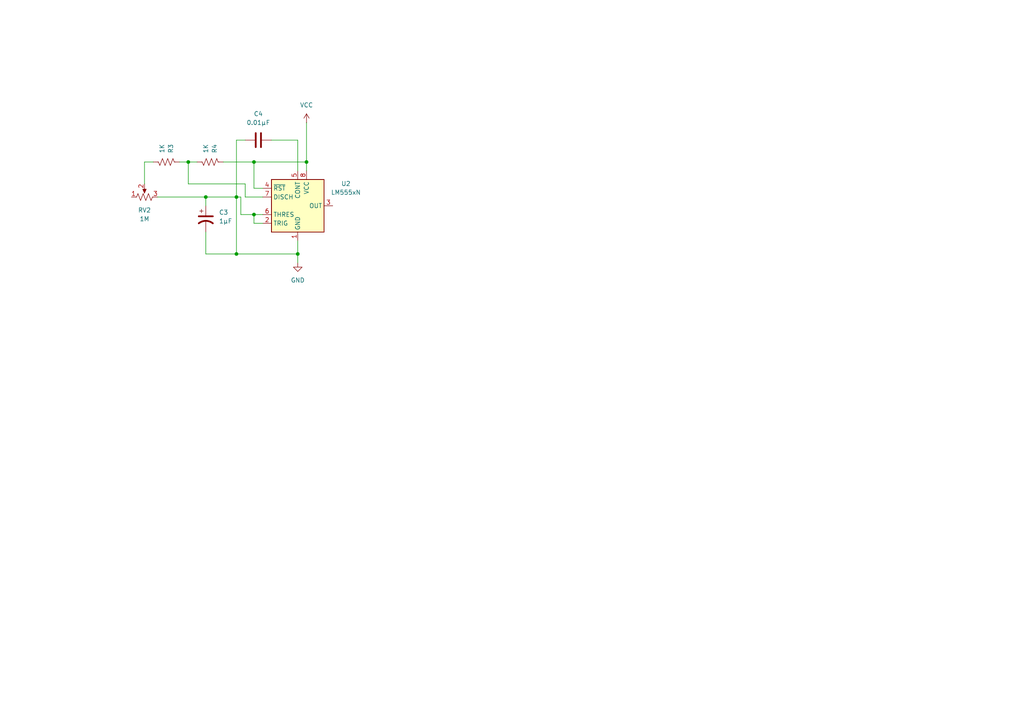
<source format=kicad_sch>
(kicad_sch (version 20250114) (generator "eeschema") (generator_version "9.0")
  (paper "A4")
  (lib_symbols
    (symbol "Device:C" (pin_numbers (hide yes)) (pin_names (offset 0.254))
      (property "Reference" "C" (at 0.635 2.54 0))
      (property "Value" "C" (at 0.635 -2.54 0))
      (symbol "C_0_1"
        (polyline (pts (xy -2.032 0.762) (xy 2.032 0.762)) (stroke (width 0.508)))
        (polyline (pts (xy -2.032 -0.762) (xy 2.032 -0.762)) (stroke (width 0.508)))
      )
      (symbol "C_1_1"
        (pin passive line (at 0 3.81 270) (length 2.794) (name "~") (number "1"))
        (pin passive line (at 0 -3.81 90) (length 2.794) (name "~") (number "2"))
      )
    )
    (symbol "Device:C_Polarized_US" (pin_numbers (hide yes)) (pin_names (offset 0.254) (hide yes))
      (property "Reference" "C" (at 0.635 2.54 0))
      (property "Value" "C_Polarized_US" (at 0.635 -2.54 0))
      (symbol "C_Polarized_US_0_1"
        (polyline (pts (xy -2.032 0.762) (xy 2.032 0.762)) (stroke (width 0.508)))
        (polyline (pts (xy -1.778 2.286) (xy -0.762 2.286)))
        (polyline (pts (xy -1.27 1.778) (xy -1.27 2.794)))
        (arc (start -2.032 -1.27) (mid 0 -0.5572) (end 2.032 -1.27) (stroke (width 0.508)))
      )
      (symbol "C_Polarized_US_1_1"
        (pin passive line (at 0 3.81 270) (length 2.794) (name "~") (number "1"))
        (pin passive line (at 0 -3.81 90) (length 3.302) (name "~") (number "2"))
      )
    )
    (symbol "Device:R_Potentiometer_US" (pin_names (offset 1.016) (hide yes))
      (property "Reference" "RV" (at -4.445 0 90))
      (property "Value" "R_Potentiometer_US" (at -2.54 0 90))
      (symbol "R_Potentiometer_US_0_1"
        (polyline (pts (xy 0 2.54) (xy 0 2.286)))
        (polyline (pts (xy 0 2.286) (xy 1.016 1.905) (xy 0 1.524) (xy -1.016 1.143) (xy 0 0.762)))
        (polyline (pts (xy 0 0.762) (xy 1.016 0.381) (xy 0 0) (xy -1.016 -0.381) (xy 0 -0.762)))
        (polyline (pts (xy 0 -0.762) (xy 1.016 -1.143) (xy 0 -1.524) (xy -1.016 -1.905) (xy 0 -2.286)))
        (polyline (pts (xy 0 -2.286) (xy 0 -2.54)))
        (polyline (pts (xy 1.143 0) (xy 2.286 0.508) (xy 2.286 -0.508) (xy 1.143 0)) (fill (type outline)))
        (polyline (pts (xy 2.54 0) (xy 1.524 0)))
      )
      (symbol "R_Potentiometer_US_1_1"
        (pin passive line (at 0 3.81 270) (length 1.27) (name "1") (number "1"))
        (pin passive line (at 0 -3.81 90) (length 1.27) (name "3") (number "3"))
        (pin passive line (at 3.81 0 180) (length 1.27) (name "2") (number "2"))
      )
    )
    (symbol "Device:R_US" (pin_numbers (hide yes)) (pin_names (offset 0))
      (property "Reference" "R" (at 2.54 0 90))
      (property "Value" "R_US" (at -2.54 0 90))
      (symbol "R_US_0_1"
        (polyline (pts (xy 0 2.286) (xy 0 2.54)))
        (polyline (pts (xy 0 2.286) (xy 1.016 1.905) (xy 0 1.524) (xy -1.016 1.143) (xy 0 0.762)))
        (polyline (pts (xy 0 0.762) (xy 1.016 0.381) (xy 0 0) (xy -1.016 -0.381) (xy 0 -0.762)))
        (polyline (pts (xy 0 -0.762) (xy 1.016 -1.143) (xy 0 -1.524) (xy -1.016 -1.905) (xy 0 -2.286)))
        (polyline (pts (xy 0 -2.286) (xy 0 -2.54)))
      )
      (symbol "R_US_1_1"
        (pin passive line (at 0 3.81 270) (length 1.27) (name "~") (number "1"))
        (pin passive line (at 0 -3.81 90) (length 1.27) (name "~") (number "2"))
      )
    )
    (symbol "Timer:LM555xN"
      (property "Reference" "U" (at -10.16 8.89 0))
      (property "Value" "LM555xN" (at 2.54 8.89 0))
      (symbol "LM555xN_0_0"
        (pin power_in line (at 0 -10.16 90) (length 2.54) (name "GND") (number "1"))
        (pin power_in line (at 2.54 10.16 270) (length 2.54) (name "VCC") (number "8"))
      )
      (symbol "LM555xN_0_1"
        (rectangle (start -7.62 7.62) (end 7.62 -7.62) (stroke (width 0.254)) (fill (type background)))
      )
      (symbol "LM555xN_1_1"
        (pin input line (at -10.16 5.08 0) (length 2.54) (name "~{RST}") (number "4"))
        (pin input line (at -10.16 2.54 0) (length 2.54) (name "DISCH") (number "7"))
        (pin input line (at -10.16 -2.54 0) (length 2.54) (name "THRES") (number "6"))
        (pin input line (at -10.16 -5.08 0) (length 2.54) (name "TRIG") (number "2"))
        (pin open_collector line (at 0 10.16 270) (length 2.54) (name "CONT") (number "5"))
        (pin output line (at 10.16 0 180) (length 2.54) (name "OUT") (number "3"))
      )
    )
    (symbol "power:GND" (power) (pin_numbers (hide yes)) (pin_names (offset 0) (hide yes))
      (property "Value" "GND" (at 0 -3.81 0))
      (symbol "GND_0_1"
        (polyline (pts (xy 0 0) (xy 0 -1.27) (xy 1.27 -1.27) (xy 0 -2.54) (xy -1.27 -1.27) (xy 0 -1.27)))
      )
      (symbol "GND_1_1"
        (pin power_in line (at 0 0 270) (length 0) (name "~") (number "1"))
      )
    )
    (symbol "power:VCC" (power) (pin_numbers (hide yes)) (pin_names (offset 0) (hide yes))
      (property "Value" "VCC" (at 0 3.556 0))
      (symbol "VCC_0_1"
        (polyline (pts (xy -0.762 1.27) (xy 0 2.54)))
        (polyline (pts (xy 0 2.54) (xy 0.762 1.27)))
        (polyline (pts (xy 0 0) (xy 0 2.54)))
      )
      (symbol "VCC_1_1"
        (pin power_in line (at 0 0 90) (length 0) (name "~") (number "1"))
      )
    )
  )
  (junction (at 73.66 62.23))
  (junction (at 88.9 46.99))
  (junction (at 54.61 46.99))
  (junction (at 68.58 57.15))
  (junction (at 68.58 73.66))
  (junction (at 86.36 73.66))
  (junction (at 59.69 57.15))
  (junction (at 73.66 46.99))
  (wire (pts (xy 59.69 73.66) (xy 68.58 73.66)))
  (wire (pts (xy 64.77 46.99) (xy 73.66 46.99)))
  (wire (pts (xy 59.69 57.15) (xy 59.69 59.69)))
  (wire (pts (xy 69.85 62.23) (xy 69.85 57.15)))
  (wire (pts (xy 54.61 46.99) (xy 57.15 46.99)))
  (wire (pts (xy 86.36 49.53) (xy 86.36 40.64)))
  (wire (pts (xy 68.58 40.64) (xy 68.58 57.15)))
  (wire (pts (xy 41.91 46.99) (xy 44.45 46.99)))
  (wire (pts (xy 71.12 53.34) (xy 54.61 53.34)))
  (wire (pts (xy 73.66 46.99) (xy 73.66 54.61)))
  (wire (pts (xy 41.91 46.99) (xy 41.91 53.34)))
  (wire (pts (xy 59.69 57.15) (xy 68.58 57.15)))
  (wire (pts (xy 73.66 46.99) (xy 88.9 46.99)))
  (wire (pts (xy 71.12 40.64) (xy 68.58 40.64)))
  (wire (pts (xy 54.61 46.99) (xy 54.61 53.34)))
  (wire (pts (xy 86.36 76.2) (xy 86.36 73.66)))
  (wire (pts (xy 73.66 62.23) (xy 69.85 62.23)))
  (wire (pts (xy 68.58 57.15) (xy 68.58 73.66)))
  (wire (pts (xy 59.69 67.31) (xy 59.69 73.66)))
  (wire (pts (xy 73.66 62.23) (xy 73.66 64.77)))
  (wire (pts (xy 88.9 46.99) (xy 88.9 49.53)))
  (wire (pts (xy 76.2 57.15) (xy 71.12 57.15)))
  (wire (pts (xy 76.2 62.23) (xy 73.66 62.23)))
  (wire (pts (xy 86.36 40.64) (xy 78.74 40.64)))
  (wire (pts (xy 69.85 57.15) (xy 68.58 57.15)))
  (wire (pts (xy 71.12 57.15) (xy 71.12 53.34)))
  (wire (pts (xy 76.2 54.61) (xy 73.66 54.61)))
  (wire (pts (xy 68.58 73.66) (xy 86.36 73.66)))
  (wire (pts (xy 88.9 35.56) (xy 88.9 46.99)))
  (wire (pts (xy 76.2 64.77) (xy 73.66 64.77)))
  (wire (pts (xy 45.72 57.15) (xy 59.69 57.15)))
  (wire (pts (xy 52.07 46.99) (xy 54.61 46.99)))
  (wire (pts (xy 86.36 69.85) (xy 86.36 73.66)))
  (symbol (lib_id "Device:C") (at 74.93 40.64 90) (unit 1)
    (property "Reference" "C4" (at 74.93 33.02 90))
    (property "Value" "0.01µF" (at 74.93 35.56 90))
    (property "Description" "Unpolarized capacitor" (effects (hide yes)))
  )
  (symbol (lib_id "Device:C_Polarized_US") (at 59.69 63.5 0) (unit 1)
    (property "Reference" "C3" (at 63.5 61.5949 0) (effects (justify left)))
    (property "Value" "1µF" (at 63.5 64.1349 0) (effects (justify left)))
    (property "Description" "Polarized capacitor, US symbol" (effects (hide yes)))
  )
  (symbol (lib_id "Device:R_US") (at 60.96 46.99 270) (mirror x) (unit 1)
    (property "Reference" "R4" (at 62.2301 44.45 0) (effects (justify left)))
    (property "Value" "1K" (at 59.6901 44.45 0) (effects (justify left)))
    (property "Description" "Resistor, US symbol" (effects (hide yes)))
  )
  (symbol (lib_id "Timer:LM555xN") (at 86.36 59.69 0) (unit 1)
    (property "Reference" "U2" (at 100.33 53.2698 0))
    (property "Value" "LM555xN" (at 100.33 55.8098 0))
    (property "Footprint" "Package_DIP:DIP-8_W7.62mm" (effects (hide yes)))
    (property "Datasheet" "http://www.ti.com/lit/ds/symlink/lm555.pdf" (effects (hide yes)))
    (property "Description" "Timer, 555 compatible, PDIP-8" (effects (hide yes)))
  )
  (symbol (lib_id "Device:R_Potentiometer_US") (at 41.91 57.15 90) (unit 1)
    (property "Reference" "RV2" (at 41.91 60.96 90))
    (property "Value" "1M" (at 41.91 63.5 90))
    (property "Description" "Potentiometer, US symbol" (effects (hide yes)))
  )
  (symbol (lib_id "power:GND") (at 86.36 76.2 0) (unit 1)
    (property "Reference" "#PWR03" (effects (hide yes)))
    (property "Value" "GND" (at 86.36 81.28 0))
    (property "Description" "Power symbol creates a global label with name \"GND\" , ground" (effects (hide yes)))
  )
  (symbol (lib_id "power:VCC") (at 88.9 35.56 0) (unit 1)
    (property "Reference" "#PWR04" (effects (hide yes)))
    (property "Value" "VCC" (at 88.9 30.48 0))
    (property "Description" "Power symbol creates a global label with name \"VCC\"" (effects (hide yes)))
  )
  (symbol (lib_id "Device:R_US") (at 48.26 46.99 270) (mirror x) (unit 1)
    (property "Reference" "R3" (at 49.5301 44.45 0) (effects (justify left)))
    (property "Value" "1K" (at 46.9901 44.45 0) (effects (justify left)))
    (property "Description" "Resistor, US symbol" (effects (hide yes)))
  )
)
</source>
